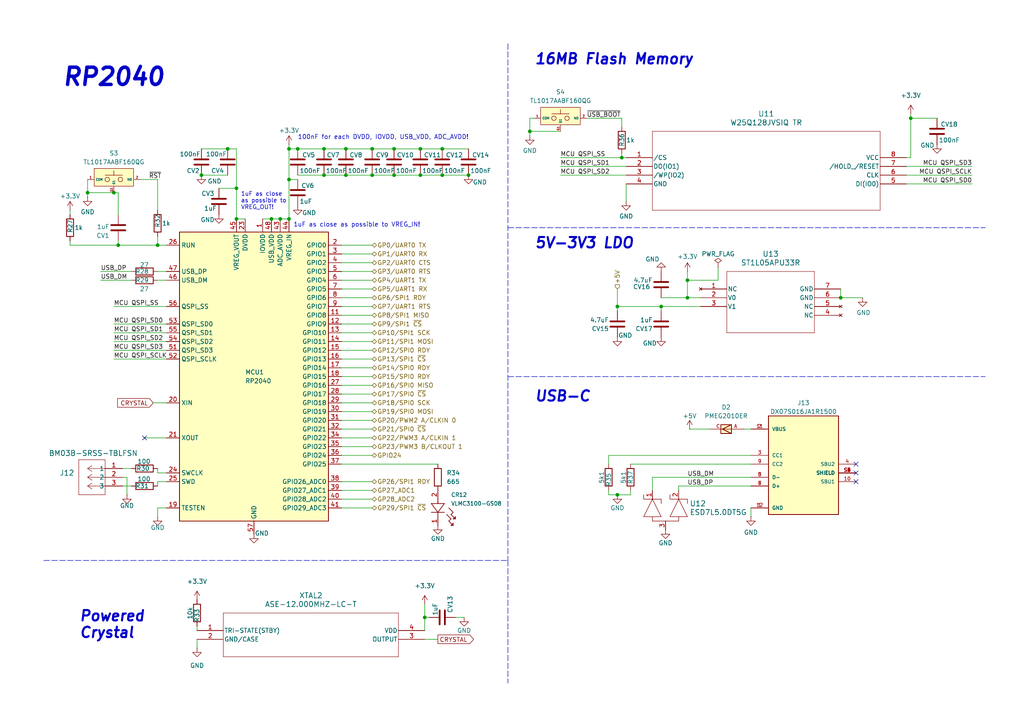
<source format=kicad_sch>
(kicad_sch (version 20231120) (generator "eeschema") (generator_version "8.0")
  (paper "A4")
  (lib_symbols
    (symbol "16MB_Flash:W25Q128JVSIQ_TR" (pin_names (offset 0.254))
      (property "Reference" "U" (at 40.64 12.7 0))
      (property "Value" "W25Q128JVSIQ TR" (at 40.64 10.16 0))
      (symbol "W25Q128JVSIQ_TR_0_1"
        (pin input line (at 0 0 0) (length 7.62) (name "/CS") (number "1"))
        (pin bidirectional line (at 0 -2.54 0) (length 7.62) (name "DO(IO1)") (number "2"))
        (pin bidirectional line (at 0 -5.08 0) (length 7.62) (name "/WP(IO2)") (number "3"))
        (pin passive line (at 0 -7.62 0) (length 7.62) (name "GND") (number "4"))
        (pin bidirectional line (at 81.28 -7.62 180) (length 7.62) (name "DI(IO0)") (number "5"))
        (pin input line (at 81.28 -5.08 180) (length 7.62) (name "CLK") (number "6"))
        (pin bidirectional line (at 81.28 -2.54 180) (length 7.62) (name "/HOLD_/RESET") (number "7"))
        (pin passive line (at 81.28 0 180) (length 7.62) (name "VCC") (number "8"))
      )
    )
    (symbol "AS12MHz:ASE-12.000MHZ-LC-T" (pin_names (offset 0.254))
      (property "Reference" "XTAL" (at 33.02 10.16 0))
      (property "Value" "ASE-12.000MHZ-LC-T" (at 33.02 7.62 0))
      (symbol "ASE-12.000MHZ-LC-T_0_1"
        (pin passive line (at 0 0 0) (length 7.62) (name "TRI-STATE(STBY)") (number "1"))
        (pin passive line (at 0 -2.54 0) (length 7.62) (name "GND/CASE") (number "2"))
        (pin output line (at 66.04 -2.54 180) (length 7.62) (name "OUTPUT") (number "3"))
        (pin power_in line (at 66.04 0 180) (length 7.62) (name "VDD") (number "4"))
      )
    )
    (symbol "DX07S016JA1R1500:DX07S016JA1R1500" (pin_names (offset 1.016))
      (property "Reference" "J" (at -9.906 16.002 0))
      (property "Value" "DX07S016JA1R1500" (at -10.16 -14.732 0))
      (symbol "DX07S016JA1R1500_0_0"
        (pin power_in line (at -15.24 -11.43 0) (length 5.08) (name "GND") (number "1"))
        (pin passive line (at 15.24 -3.81 180) (length 5.08) (name "SBU1") (number "10"))
        (pin passive line (at -15.24 11.43 0) (length 5.08) (name "VBUS") (number "11"))
        (pin power_in line (at -15.24 -11.43 0) (length 5.08) (name "GND") (number "12"))
        (pin passive line (at -15.24 11.43 0) (length 5.08) (name "VBUS") (number "2"))
        (pin passive line (at -15.24 3.81 0) (length 5.08) (name "CC1") (number "3"))
        (pin passive line (at 15.24 1.27 180) (length 5.08) (name "SBU2") (number "4"))
        (pin passive line (at -15.24 -2.54 0) (length 5.08) (name "D-") (number "5"))
        (pin passive line (at -15.24 -5.08 0) (length 5.08) (name "D+") (number "6"))
        (pin passive line (at -15.24 -5.08 0) (length 5.08) (name "D+") (number "7"))
        (pin passive line (at -15.24 -2.54 0) (length 5.08) (name "D-") (number "8"))
        (pin passive line (at -15.24 1.27 0) (length 5.08) (name "CC2") (number "9"))
        (pin passive line (at 15.24 -1.27 180) (length 5.08) (name "SHIELD") (number "S1"))
        (pin passive line (at 15.24 -1.27 180) (length 5.08) (name "SHIELD") (number "S2"))
        (pin passive line (at 15.24 -1.27 180) (length 5.08) (name "SHIELD") (number "S3"))
        (pin passive line (at 15.24 -1.27 180) (length 5.08) (name "SHIELD") (number "S4"))
        (pin passive line (at 15.24 -1.27 180) (length 5.08) (name "SHIELD") (number "S5"))
        (pin passive line (at 15.24 -1.27 180) (length 5.08) (name "SHIELD") (number "S6"))
      )
    )
    (symbol "Device:C" (pin_numbers hide) (pin_names (offset 0.254))
      (property "Reference" "C" (at 0.635 2.54 0))
      (property "Value" "C" (at 0.635 -2.54 0))
      (symbol "C_1_1"
        (pin passive line (at 0 3.81 270) (length 2.794) (name "~") (number "1"))
        (pin passive line (at 0 -3.81 90) (length 2.794) (name "~") (number "2"))
      )
    )
    (symbol "Device:R" (pin_numbers hide) (pin_names (offset 0))
      (property "Reference" "R" (at 2.032 0 90))
      (property "Value" "R" (at 0 0 90))
      (symbol "R_1_1"
        (pin passive line (at 0 3.81 270) (length 1.27) (name "~") (number "1"))
        (pin passive line (at 0 -3.81 90) (length 1.27) (name "~") (number "2"))
      )
    )
    (symbol "ESD7L5_Diode:ESD7L5.0DT5G" (pin_names (offset 0.254))
      (property "Reference" "U" (at 6.35 15.24 0))
      (property "Value" "ESD7L5.0DT5G" (at 6.35 12.7 0))
      (symbol "ESD7L5.0DT5G_1_1"
        (pin passive line (at 2.54 11.43 270) (length 2.54) (name "") (number "1"))
        (pin passive line (at 10.16 11.43 270) (length 2.54) (name "") (number "2"))
        (pin passive line (at 6.35 0 90) (length 2.54) (name "") (number "3"))
      )
    )
    (symbol "GreenLED__VLMC3100-GS08:VLMC3100-GS08" (pin_names (offset 0.254))
      (property "Reference" "CR" (at 5.08 -4.445 0))
      (property "Value" "VLMC3100-GS08" (at 5.08 -7.62 0))
      (symbol "VLMC3100-GS08_1_1"
        (pin passive line (at 10.16 0 180) (length 2.54) (name "") (number "1"))
        (pin passive line (at 0 0 0) (length 2.54) (name "") (number "2"))
      )
      (symbol "VLMC3100-GS08_1_2"
        (pin passive line (at 0 10.16 270) (length 2.54) (name "") (number "1"))
        (pin passive line (at 0 0 90) (length 2.54) (name "") (number "2"))
      )
    )
    (symbol "LDO_ST1L05A:ST1L05APU33R" (pin_names (offset 0.254))
      (property "Reference" "U" (at 20.32 10.16 0))
      (property "Value" "ST1L05APU33R" (at 20.32 7.62 0))
      (symbol "ST1L05APU33R_0_1"
        (pin no_connect line (at 0 0 0) (length 7.62) (name "NC") (number "1"))
        (pin passive line (at 0 -2.54 0) (length 7.62) (name "V0") (number "2"))
        (pin passive line (at 0 -5.08 0) (length 7.62) (name "V1") (number "3"))
        (pin no_connect line (at 40.64 -7.62 180) (length 7.62) (name "NC") (number "4"))
        (pin no_connect line (at 40.64 -5.08 180) (length 7.62) (name "NC") (number "5"))
        (pin passive line (at 40.64 -2.54 180) (length 7.62) (name "GND") (number "6"))
        (pin passive line (at 40.64 0 180) (length 7.62) (name "GND") (number "7"))
      )
    )
    (symbol "MCU_RaspberryPi:RP2040"
      (property "Reference" "U" (at 17.78 45.72 0))
      (property "Value" "RP2040" (at 17.78 43.18 0))
      (symbol "RP2040_1_1"
        (pin power_in line (at 2.54 45.72 270) (length 3.81) (name "IOVDD") (number "1"))
        (pin passive line (at 2.54 45.72 270) (length 3.81) hide (name "IOVDD") (number "10"))
        (pin bidirectional line (at 25.4 17.78 180) (length 3.81) (name "GPIO8") (number "11"))
        (pin bidirectional line (at 25.4 15.24 180) (length 3.81) (name "GPIO9") (number "12"))
        (pin bidirectional line (at 25.4 12.7 180) (length 3.81) (name "GPIO10") (number "13"))
        (pin bidirectional line (at 25.4 10.16 180) (length 3.81) (name "GPIO11") (number "14"))
        (pin bidirectional line (at 25.4 7.62 180) (length 3.81) (name "GPIO12") (number "15"))
        (pin bidirectional line (at 25.4 5.08 180) (length 3.81) (name "GPIO13") (number "16"))
        (pin bidirectional line (at 25.4 2.54 180) (length 3.81) (name "GPIO14") (number "17"))
        (pin bidirectional line (at 25.4 0 180) (length 3.81) (name "GPIO15") (number "18"))
        (pin input line (at -25.4 -38.1 0) (length 3.81) (name "TESTEN") (number "19"))
        (pin bidirectional line (at 25.4 38.1 180) (length 3.81) (name "GPIO0") (number "2"))
        (pin input line (at -25.4 -7.62 0) (length 3.81) (name "XIN") (number "20"))
        (pin passive line (at -25.4 -17.78 0) (length 3.81) (name "XOUT") (number "21"))
        (pin passive line (at 2.54 45.72 270) (length 3.81) hide (name "IOVDD") (number "22"))
        (pin power_in line (at -2.54 45.72 270) (length 3.81) (name "DVDD") (number "23"))
        (pin input line (at -25.4 -27.94 0) (length 3.81) (name "SWCLK") (number "24"))
        (pin bidirectional line (at -25.4 -30.48 0) (length 3.81) (name "SWD") (number "25"))
        (pin input line (at -25.4 38.1 0) (length 3.81) (name "RUN") (number "26"))
        (pin bidirectional line (at 25.4 -2.54 180) (length 3.81) (name "GPIO16") (number "27"))
        (pin bidirectional line (at 25.4 -5.08 180) (length 3.81) (name "GPIO17") (number "28"))
        (pin bidirectional line (at 25.4 -7.62 180) (length 3.81) (name "GPIO18") (number "29"))
        (pin bidirectional line (at 25.4 35.56 180) (length 3.81) (name "GPIO1") (number "3"))
        (pin bidirectional line (at 25.4 -10.16 180) (length 3.81) (name "GPIO19") (number "30"))
        (pin bidirectional line (at 25.4 -12.7 180) (length 3.81) (name "GPIO20") (number "31"))
        (pin bidirectional line (at 25.4 -15.24 180) (length 3.81) (name "GPIO21") (number "32"))
        (pin passive line (at 2.54 45.72 270) (length 3.81) hide (name "IOVDD") (number "33"))
        (pin bidirectional line (at 25.4 -17.78 180) (length 3.81) (name "GPIO22") (number "34"))
        (pin bidirectional line (at 25.4 -20.32 180) (length 3.81) (name "GPIO23") (number "35"))
        (pin bidirectional line (at 25.4 -22.86 180) (length 3.81) (name "GPIO24") (number "36"))
        (pin bidirectional line (at 25.4 -25.4 180) (length 3.81) (name "GPIO25") (number "37"))
        (pin bidirectional line (at 25.4 -30.48 180) (length 3.81) (name "GPIO26_ADC0") (number "38"))
        (pin bidirectional line (at 25.4 -33.02 180) (length 3.81) (name "GPIO27_ADC1") (number "39"))
        (pin bidirectional line (at 25.4 33.02 180) (length 3.81) (name "GPIO2") (number "4"))
        (pin bidirectional line (at 25.4 -35.56 180) (length 3.81) (name "GPIO28_ADC2") (number "40"))
        (pin bidirectional line (at 25.4 -38.1 180) (length 3.81) (name "GPIO29_ADC3") (number "41"))
        (pin passive line (at 2.54 45.72 270) (length 3.81) hide (name "IOVDD") (number "42"))
        (pin power_in line (at 7.62 45.72 270) (length 3.81) (name "ADC_AVDD") (number "43"))
        (pin power_in line (at 10.16 45.72 270) (length 3.81) (name "VREG_IN") (number "44"))
        (pin power_out line (at -5.08 45.72 270) (length 3.81) (name "VREG_VOUT") (number "45"))
        (pin bidirectional line (at -25.4 27.94 0) (length 3.81) (name "USB_DM") (number "46"))
        (pin bidirectional line (at -25.4 30.48 0) (length 3.81) (name "USB_DP") (number "47"))
        (pin power_in line (at 5.08 45.72 270) (length 3.81) (name "USB_VDD") (number "48"))
        (pin passive line (at 2.54 45.72 270) (length 3.81) hide (name "IOVDD") (number "49"))
        (pin bidirectional line (at 25.4 30.48 180) (length 3.81) (name "GPIO3") (number "5"))
        (pin passive line (at -2.54 45.72 270) (length 3.81) hide (name "DVDD") (number "50"))
        (pin bidirectional line (at -25.4 7.62 0) (length 3.81) (name "QSPI_SD3") (number "51"))
        (pin output line (at -25.4 5.08 0) (length 3.81) (name "QSPI_SCLK") (number "52"))
        (pin bidirectional line (at -25.4 15.24 0) (length 3.81) (name "QSPI_SD0") (number "53"))
        (pin bidirectional line (at -25.4 10.16 0) (length 3.81) (name "QSPI_SD2") (number "54"))
        (pin bidirectional line (at -25.4 12.7 0) (length 3.81) (name "QSPI_SD1") (number "55"))
        (pin bidirectional line (at -25.4 20.32 0) (length 3.81) (name "QSPI_SS") (number "56"))
        (pin power_in line (at 0 -45.72 90) (length 3.81) (name "GND") (number "57"))
        (pin bidirectional line (at 25.4 27.94 180) (length 3.81) (name "GPIO4") (number "6"))
        (pin bidirectional line (at 25.4 25.4 180) (length 3.81) (name "GPIO5") (number "7"))
        (pin bidirectional line (at 25.4 22.86 180) (length 3.81) (name "GPIO6") (number "8"))
        (pin bidirectional line (at 25.4 20.32 180) (length 3.81) (name "GPIO7") (number "9"))
      )
    )
    (symbol "PMEG2010ER:PMEG2010ER" (pin_names (offset 1.016))
      (property "Reference" "D" (at -3.8116 1.7534 0))
      (property "Value" "PMEG2010ER" (at -3.816 -3.5871 0))
      (symbol "PMEG2010ER_0_0"
        (pin passive line (at -5.08 0 0) (length 5.08) (name "~") (number "A"))
        (pin passive line (at 5.08 0 180) (length 5.08) (name "~") (number "C"))
      )
    )
    (symbol "SWD_Con:BM03B-SRSS-TBLFSN" (pin_names (offset 0.254))
      (property "Reference" "J" (at 8.89 6.35 0))
      (property "Value" "BM03B-SRSS-TBLFSN" (at 0 0 0))
      (symbol "BM03B-SRSS-TBLFSN_1_1"
        (pin passive line (at 0 0 0) (length 5.08) (name "1") (number "1"))
        (pin passive line (at 0 -2.54 0) (length 5.08) (name "2") (number "2"))
        (pin passive line (at 0 -5.08 0) (length 5.08) (name "3") (number "3"))
      )
      (symbol "BM03B-SRSS-TBLFSN_1_2"
        (pin passive line (at 0 0 0) (length 5.08) (name "1") (number "1"))
        (pin passive line (at 0 -2.54 0) (length 5.08) (name "2") (number "2"))
        (pin passive line (at 0 -5.08 0) (length 5.08) (name "3") (number "3"))
      )
    )
    (symbol "TL1017AABF160QG:TL1017AABF160QG"
      (property "Reference" "S" (at 0.762 14.732 0))
      (property "Value" "TL1017AABF160QG" (at 0.762 12.192 0))
      (symbol "TL1017AABF160QG_1_1"
        (pin passive line (at 1.27 3.81 0) (length 1.778) (name "COM") (number "1"))
        (pin passive line (at 16.51 3.81 180) (length 1.778) (name "NO") (number "2"))
        (pin passive line (at 8.89 0 90) (length 1.778) (name "G1") (number "G1"))
      )
    )
    (symbol "power:+3.3V" (power) (pin_numbers hide) (pin_names (offset 0) hide)
      (property "Value" "+3.3V" (at 0 3.556 0))
      (symbol "+3.3V_1_1"
        (pin power_in line (at 0 0 90) (length 0) (name "~") (number "1"))
      )
    )
    (symbol "power:+5V" (power) (pin_numbers hide) (pin_names (offset 0) hide)
      (property "Value" "+5V" (at 0 3.556 0))
      (symbol "+5V_1_1"
        (pin power_in line (at 0 0 90) (length 0) (name "~") (number "1"))
      )
    )
    (symbol "power:GND" (power) (pin_numbers hide) (pin_names (offset 0) hide)
      (property "Value" "GND" (at 0 -3.81 0))
      (symbol "GND_1_1"
        (pin power_in line (at 0 0 270) (length 0) (name "~") (number "1"))
      )
    )
    (symbol "power:PWR_FLAG" (power) (pin_numbers hide) (pin_names (offset 0) hide)
      (property "Value" "PWR_FLAG" (at 0 3.81 0))
      (symbol "PWR_FLAG_0_0"
        (pin power_out line (at 0 0 90) (length 0) (name "~") (number "1"))
      )
    )
  )
  (junction (at 68.58 54.61))
  (junction (at 66.04 43.18))
  (junction (at 83.82 52.07))
  (junction (at 191.77 88.9))
  (junction (at 114.3 50.8))
  (junction (at 86.36 43.18))
  (junction (at 199.39 81.28))
  (junction (at 135.89 50.8))
  (junction (at 121.92 50.8))
  (junction (at 179.07 88.9))
  (junction (at 100.33 50.8))
  (junction (at 123.19 179.07))
  (junction (at 128.27 50.8))
  (junction (at 153.67 38.1))
  (junction (at 83.82 63.5))
  (junction (at 243.84 86.36))
  (junction (at 83.82 43.18))
  (junction (at 34.29 71.12))
  (junction (at 199.39 86.36))
  (junction (at 107.95 43.18))
  (junction (at 78.74 63.5))
  (junction (at 58.42 50.8))
  (junction (at 81.28 63.5))
  (junction (at 25.4 55.88))
  (junction (at 180.34 45.72))
  (junction (at 93.98 50.8))
  (junction (at 121.92 43.18))
  (junction (at 93.98 43.18))
  (junction (at 114.3 43.18))
  (junction (at 45.72 71.12))
  (junction (at 179.07 143.51))
  (junction (at 107.95 50.8))
  (junction (at 128.27 43.18))
  (junction (at 33.02 55.88))
  (junction (at 264.16 34.29))
  (junction (at 68.58 63.5))
  (junction (at 100.33 43.18))
  (no_connect (at 248.285 137.16))
  (no_connect (at 248.285 139.7))
  (no_connect (at 41.91 127))
  (no_connect (at 248.285 134.62))
  (wire (pts (xy 208.28 81.28) (xy 208.28 77.47)))
  (wire (pts (xy 34.29 71.12) (xy 20.32 71.12)))
  (wire (pts (xy 99.06 116.84) (xy 107.95 116.84)))
  (wire (pts (xy 33.02 99.06) (xy 48.26 99.06)))
  (wire (pts (xy 181.61 53.34) (xy 181.61 58.42)))
  (wire (pts (xy 45.72 149.86) (xy 45.72 147.32)))
  (wire (pts (xy 262.89 50.8) (xy 281.94 50.8)))
  (wire (pts (xy 25.4 55.88) (xy 25.4 57.15)))
  (wire (pts (xy 153.67 38.1) (xy 153.67 39.37)))
  (wire (pts (xy 68.58 63.5) (xy 71.12 63.5)))
  (wire (pts (xy 33.02 55.88) (xy 25.4 55.88)))
  (wire (pts (xy 34.29 55.88) (xy 34.29 62.23)))
  (wire (pts (xy 25.4 52.07) (xy 25.4 55.88)))
  (wire (pts (xy 191.77 86.36) (xy 199.39 86.36)))
  (wire (pts (xy 34.29 71.12) (xy 45.72 71.12)))
  (wire (pts (xy 33.02 88.9) (xy 48.26 88.9)))
  (wire (pts (xy 99.06 91.44) (xy 107.95 91.44)))
  (wire (pts (xy 128.27 43.18) (xy 121.92 43.18)))
  (wire (pts (xy 123.19 179.07) (xy 123.19 182.88)))
  (wire (pts (xy 179.07 143.51) (xy 176.53 143.51)))
  (wire (pts (xy 83.82 52.07) (xy 83.82 63.5)))
  (wire (pts (xy 99.06 71.12) (xy 107.95 71.12)))
  (wire (pts (xy 63.5 54.61) (xy 68.58 54.61)))
  (wire (pts (xy 199.39 81.28) (xy 208.28 81.28)))
  (wire (pts (xy 45.72 71.12) (xy 48.26 71.12)))
  (wire (pts (xy 20.32 60.96) (xy 20.32 62.23)))
  (wire (pts (xy 100.33 50.8) (xy 107.95 50.8)))
  (wire (pts (xy 191.77 88.9) (xy 203.2 88.9)))
  (wire (pts (xy 76.2 63.5) (xy 78.74 63.5)))
  (wire (pts (xy 199.39 81.28) (xy 199.39 86.36)))
  (wire (pts (xy 29.21 78.74) (xy 38.1 78.74)))
  (wire (pts (xy 181.61 50.8) (xy 162.56 50.8)))
  (polyline (pts (xy 147.32 12.7) (xy 147.32 162.56)) (stroke (width 0) (type dash)))
  (wire (pts (xy 68.58 54.61) (xy 68.58 43.18)))
  (wire (pts (xy 114.3 50.8) (xy 121.92 50.8)))
  (wire (pts (xy 99.06 119.38) (xy 107.95 119.38)))
  (wire (pts (xy 99.06 86.36) (xy 107.95 86.36)))
  (wire (pts (xy 154.94 34.29) (xy 153.67 34.29)))
  (wire (pts (xy 153.67 38.1) (xy 162.56 38.1)))
  (wire (pts (xy 33.02 104.14) (xy 48.26 104.14)))
  (wire (pts (xy 123.19 185.42) (xy 127 185.42)))
  (wire (pts (xy 99.06 96.52) (xy 107.95 96.52)))
  (wire (pts (xy 99.06 101.6) (xy 107.95 101.6)))
  (wire (pts (xy 180.34 44.45) (xy 180.34 45.72)))
  (wire (pts (xy 179.07 88.9) (xy 179.07 90.17)))
  (wire (pts (xy 99.06 78.74) (xy 107.95 78.74)))
  (wire (pts (xy 99.06 99.06) (xy 107.95 99.06)))
  (wire (pts (xy 217.805 149.86) (xy 217.805 147.32)))
  (wire (pts (xy 243.84 86.36) (xy 250.19 86.36)))
  (wire (pts (xy 34.29 71.12) (xy 34.29 69.85)))
  (wire (pts (xy 99.06 81.28) (xy 107.95 81.28)))
  (wire (pts (xy 179.07 88.9) (xy 191.77 88.9)))
  (wire (pts (xy 45.72 147.32) (xy 48.26 147.32)))
  (wire (pts (xy 215.9 124.46) (xy 217.805 124.46)))
  (wire (pts (xy 107.95 50.8) (xy 114.3 50.8)))
  (wire (pts (xy 35.56 140.97) (xy 38.1 140.97)))
  (wire (pts (xy 99.06 104.14) (xy 107.95 104.14)))
  (wire (pts (xy 41.91 127) (xy 48.26 127)))
  (wire (pts (xy 121.92 43.18) (xy 114.3 43.18)))
  (wire (pts (xy 45.72 137.16) (xy 48.26 137.16)))
  (wire (pts (xy 45.72 139.7) (xy 48.26 139.7)))
  (wire (pts (xy 262.89 48.26) (xy 281.94 48.26)))
  (wire (pts (xy 45.72 137.16) (xy 45.72 135.89)))
  (wire (pts (xy 44.45 116.84) (xy 48.26 116.84)))
  (polyline (pts (xy 147.32 109.22) (xy 285.75 109.22)) (stroke (width 0) (type dash)))
  (wire (pts (xy 99.06 129.54) (xy 107.95 129.54)))
  (wire (pts (xy 36.83 138.43) (xy 36.83 143.51)))
  (wire (pts (xy 45.72 52.07) (xy 45.72 60.96)))
  (wire (pts (xy 58.42 50.8) (xy 66.04 50.8)))
  (wire (pts (xy 45.72 140.97) (xy 45.72 139.7)))
  (wire (pts (xy 93.98 43.18) (xy 86.36 43.18)))
  (wire (pts (xy 81.28 63.5) (xy 83.82 63.5)))
  (wire (pts (xy 179.07 83.82) (xy 179.07 88.9)))
  (wire (pts (xy 217.805 134.62) (xy 182.88 134.62)))
  (wire (pts (xy 99.06 147.32) (xy 107.95 147.32)))
  (wire (pts (xy 107.95 43.18) (xy 100.33 43.18)))
  (wire (pts (xy 123.19 179.07) (xy 124.46 179.07)))
  (wire (pts (xy 99.06 139.7) (xy 107.95 139.7)))
  (wire (pts (xy 262.89 45.72) (xy 264.16 45.72)))
  (wire (pts (xy 58.42 43.18) (xy 66.04 43.18)))
  (wire (pts (xy 99.06 134.62) (xy 127 134.62)))
  (wire (pts (xy 264.16 34.29) (xy 264.16 33.02)))
  (wire (pts (xy 199.39 86.36) (xy 203.2 86.36)))
  (wire (pts (xy 86.36 43.18) (xy 83.82 43.18)))
  (wire (pts (xy 182.88 142.24) (xy 182.88 143.51)))
  (wire (pts (xy 45.72 81.28) (xy 48.26 81.28)))
  (wire (pts (xy 189.23 138.43) (xy 189.23 142.24)))
  (wire (pts (xy 100.33 43.18) (xy 93.98 43.18)))
  (wire (pts (xy 196.85 140.97) (xy 196.85 142.24)))
  (wire (pts (xy 93.98 50.8) (xy 100.33 50.8)))
  (wire (pts (xy 196.85 140.97) (xy 217.805 140.97)))
  (wire (pts (xy 35.56 135.89) (xy 38.1 135.89)))
  (wire (pts (xy 176.53 134.62) (xy 176.53 132.08)))
  (wire (pts (xy 83.82 52.07) (xy 86.36 52.07)))
  (wire (pts (xy 176.53 132.08) (xy 217.805 132.08)))
  (wire (pts (xy 68.58 54.61) (xy 68.58 63.5)))
  (wire (pts (xy 99.06 111.76) (xy 107.95 111.76)))
  (wire (pts (xy 68.58 43.18) (xy 66.04 43.18)))
  (wire (pts (xy 189.23 138.43) (xy 217.805 138.43)))
  (wire (pts (xy 180.34 36.83) (xy 180.34 34.29)))
  (wire (pts (xy 33.02 93.98) (xy 48.26 93.98)))
  (wire (pts (xy 45.72 68.58) (xy 45.72 71.12)))
  (wire (pts (xy 83.82 43.18) (xy 83.82 52.07)))
  (wire (pts (xy 78.74 63.5) (xy 81.28 63.5)))
  (wire (pts (xy 114.3 43.18) (xy 107.95 43.18)))
  (wire (pts (xy 182.88 143.51) (xy 179.07 143.51)))
  (wire (pts (xy 99.06 144.78) (xy 107.95 144.78)))
  (wire (pts (xy 200.025 124.46) (xy 205.74 124.46)))
  (wire (pts (xy 262.89 53.34) (xy 281.94 53.34)))
  (wire (pts (xy 29.21 81.28) (xy 38.1 81.28)))
  (wire (pts (xy 40.64 52.07) (xy 45.72 52.07)))
  (polyline (pts (xy 12.7 162.56) (xy 147.32 162.56)) (stroke (width 0) (type dash)))
  (wire (pts (xy 121.92 50.8) (xy 128.27 50.8)))
  (wire (pts (xy 264.16 45.72) (xy 264.16 34.29)))
  (wire (pts (xy 180.34 45.72) (xy 181.61 45.72)))
  (wire (pts (xy 57.15 181.61) (xy 57.15 182.88)))
  (wire (pts (xy 176.53 143.51) (xy 176.53 142.24)))
  (wire (pts (xy 99.06 93.98) (xy 107.95 93.98)))
  (wire (pts (xy 33.02 96.52) (xy 48.26 96.52)))
  (wire (pts (xy 99.06 83.82) (xy 107.95 83.82)))
  (wire (pts (xy 99.06 73.66) (xy 107.95 73.66)))
  (wire (pts (xy 34.29 55.88) (xy 33.02 55.88)))
  (wire (pts (xy 99.06 109.22) (xy 107.95 109.22)))
  (wire (pts (xy 20.32 71.12) (xy 20.32 69.85)))
  (wire (pts (xy 99.06 127) (xy 107.95 127)))
  (polyline (pts (xy 147.32 66.04) (xy 285.75 66.04)) (stroke (width 0) (type dash)))
  (wire (pts (xy 33.02 101.6) (xy 48.26 101.6)))
  (wire (pts (xy 128.27 50.8) (xy 135.89 50.8)))
  (wire (pts (xy 181.61 48.26) (xy 162.56 48.26)))
  (polyline (pts (xy 147.32 162.56) (xy 147.32 198.12)) (stroke (width 0) (type dash)))
  (wire (pts (xy 191.77 90.17) (xy 191.77 88.9)))
  (wire (pts (xy 243.84 83.82) (xy 243.84 86.36)))
  (wire (pts (xy 99.06 124.46) (xy 107.95 124.46)))
  (wire (pts (xy 132.08 179.07) (xy 134.62 179.07)))
  (wire (pts (xy 128.27 43.18) (xy 135.89 43.18)))
  (wire (pts (xy 99.06 76.2) (xy 107.95 76.2)))
  (wire (pts (xy 99.06 88.9) (xy 107.95 88.9)))
  (wire (pts (xy 153.67 34.29) (xy 153.67 38.1)))
  (wire (pts (xy 264.16 34.29) (xy 271.78 34.29)))
  (wire (pts (xy 123.19 175.26) (xy 123.19 179.07)))
  (wire (pts (xy 180.34 34.29) (xy 170.18 34.29)))
  (wire (pts (xy 86.36 50.8) (xy 93.98 50.8)))
  (wire (pts (xy 45.72 78.74) (xy 48.26 78.74)))
  (wire (pts (xy 83.82 41.91) (xy 83.82 43.18)))
  (wire (pts (xy 199.39 78.74) (xy 199.39 81.28)))
  (wire (pts (xy 57.15 185.42) (xy 57.15 187.96)))
  (wire (pts (xy 99.06 132.08) (xy 107.95 132.08)))
  (wire (pts (xy 99.06 114.3) (xy 107.95 114.3)))
  (wire (pts (xy 99.06 106.68) (xy 107.95 106.68)))
  (wire (pts (xy 99.06 121.92) (xy 107.95 121.92)))
  (wire (pts (xy 162.56 45.72) (xy 180.34 45.72)))
  (wire (pts (xy 99.06 142.24) (xy 107.95 142.24)))
  (wire (pts (xy 35.56 138.43) (xy 36.83 138.43)))
  (text "100nF for each DVDD, IOVDD, USB_VDD, ADC_AVDD!" (at 86.36 40.64 0) (effects (font (size 1.27 1.27)) (justify left bottom)))
  (text "5V-3V3 LDO" (at 154.94 72.39 0) (effects (font (size 3 3) (bold yes) (italic yes)) (justify left bottom)))
  (text "Powered\nCrystal" (at 22.86 185.42 0) (effects (font (size 3 3) (bold yes) (italic yes)) (justify left bottom)))
  (text "1uF as close \nas possible to \nVREG_OUT!" (at 69.85 60.96 0) (effects (font (size 1.2 1.2)) (justify left bottom)))
  (text "USB-C" (at 154.94 116.84 0) (effects (font (size 3 3) (bold yes) (italic yes)) (justify left bottom)))
  (text "RP2040" (at 17.78 25.4 0) (effects (font (size 5 5) (thickness 1) (bold yes) (italic yes)) (justify left bottom)))
  (text "1uF as close as possible to VREG_IN!" (at 85.09 66.04 0) (effects (font (size 1.27 1.27)) (justify left bottom)))
  (text "16MB Flash Memory" (at 154.94 19.05 0) (effects (font (size 3 3) (bold yes) (italic yes)) (justify left bottom)))
  (label "MCU QSPI_SD1" (at 33.02 96.52 0))
  (label "MCU QSPI_SS" (at 162.56 45.72 0))
  (label "USB_DP" (at 29.21 78.74 0))
  (label "~{USB_BOOT}" (at 170.18 34.29 0))
  (label "~{RST}" (at 43.18 52.07 0))
  (label "USB_DM" (at 29.21 81.28 0))
  (label "MCU QSPI_SD3" (at 281.94 48.26 180))
  (label "MCU QSPI_SD2" (at 33.02 99.06 0))
  (label "USB_DM" (at 199.39 138.43 0))
  (label "MCU QSPI_SD2" (at 162.56 50.8 0))
  (label "USB_DP" (at 199.39 140.97 0))
  (label "MCU QSPI_SCLK" (at 33.02 104.14 0))
  (label "MCU QSPI_SD3" (at 33.02 101.6 0))
  (label "MCU QSPI_SCLK" (at 281.94 50.8 180))
  (label "MCU QSPI_SD1" (at 162.56 48.26 0))
  (label "MCU QSPI_SS" (at 33.02 88.9 0))
  (label "MCU QSPI_SD0" (at 281.94 53.34 180))
  (label "MCU QSPI_SD0" (at 33.02 93.98 0))
  (global_label "CRYSTAL" (shape input) (at 44.45 116.84 180) (property "Intersheetrefs" "${INTERSHEET_REFS}" (effects (hide yes))))
  (global_label "CRYSTAL" (shape output) (at 127 185.42 0) (property "Intersheetrefs" "${INTERSHEET_REFS}" (effects (hide yes))))
  (hierarchical_label "GP18{slash}SPI0 SCK" (shape bidirectional) (at 107.95 116.84 0))
  (hierarchical_label "GP16{slash}SPI0 MISO" (shape bidirectional) (at 107.95 111.76 0))
  (hierarchical_label "GP22{slash}PWM3 A{slash}CLKIN 1" (shape bidirectional) (at 107.95 127 0))
  (hierarchical_label "GPIO24" (shape bidirectional) (at 107.95 132.08 0))
  (hierarchical_label "GP1{slash}UART0 RX" (shape bidirectional) (at 107.95 73.66 0))
  (hierarchical_label "GP28_ADC2" (shape bidirectional) (at 107.95 144.78 0))
  (hierarchical_label "GP2{slash}UART0 CTS" (shape bidirectional) (at 107.95 76.2 0))
  (hierarchical_label "GP8{slash}SPI1 MISO" (shape bidirectional) (at 107.95 91.44 0))
  (hierarchical_label "GP3{slash}UART0 RTS" (shape bidirectional) (at 107.95 78.74 0))
  (hierarchical_label "+5V" (shape input) (at 179.07 83.82 90))
  (hierarchical_label "GP10{slash}SPI1 SCK" (shape bidirectional) (at 107.95 96.52 0))
  (hierarchical_label "GP6{slash}SPI1 RDY" (shape bidirectional) (at 107.95 86.36 0))
  (hierarchical_label "GP4{slash}UART1 TX" (shape bidirectional) (at 107.95 81.28 0))
  (hierarchical_label "GP7{slash}UART1 RTS" (shape bidirectional) (at 107.95 88.9 0))
  (hierarchical_label "GP19{slash}SPI0 MOSI" (shape bidirectional) (at 107.95 119.38 0))
  (hierarchical_label "GP21{slash}SPI0 ~{CS}" (shape bidirectional) (at 107.95 124.46 0))
  (hierarchical_label "GP12{slash}SPI0 RDY" (shape bidirectional) (at 107.95 101.6 0))
  (hierarchical_label "GP14{slash}SPI0 RDY" (shape bidirectional) (at 107.95 106.68 0))
  (hierarchical_label "GP15{slash}SPI0 RDY" (shape bidirectional) (at 107.95 109.22 0))
  (hierarchical_label "GP17{slash}SPI0 ~{CS}" (shape bidirectional) (at 107.95 114.3 0))
  (hierarchical_label "GP29{slash}SPI1 ~{CS}" (shape bidirectional) (at 107.95 147.32 0))
  (hierarchical_label "GP27_ADC1" (shape bidirectional) (at 107.95 142.24 0))
  (hierarchical_label "GP26{slash}SPI1 RDY" (shape bidirectional) (at 107.95 139.7 0))
  (hierarchical_label "GP23{slash}PWM3 B{slash}CLKOUT 1" (shape bidirectional) (at 107.95 129.54 0))
  (hierarchical_label "GP9{slash}SPI1 ~{CS}" (shape bidirectional) (at 107.95 93.98 0))
  (hierarchical_label "GP5{slash}UART1 RX" (shape bidirectional) (at 107.95 83.82 0))
  (hierarchical_label "GP20{slash}PWM2 A{slash}CLKIN 0" (shape bidirectional) (at 107.95 121.92 0))
  (hierarchical_label "GP13{slash}SPI1 ~{CS}" (shape bidirectional) (at 107.95 104.14 0))
  (hierarchical_label "GP0{slash}UART0 TX" (shape bidirectional) (at 107.95 71.12 0))
  (hierarchical_label "GP11{slash}SPI1 MOSI" (shape bidirectional) (at 107.95 99.06 0))
  (symbol (lib_id "Device:C") (at 128.27 46.99 0) (unit 1)
    (property "Reference" "CV12" (at 129.286 44.958 0) (effects (justify left)))
    (property "Value" "100nF" (at 128.778 49.53 0) (effects (justify left)))
    (property "Footprint" "Capacitor-0402:Capacitor_0402" (effects (hide yes)))
    (property "Description" "Unpolarized capacitor" (effects (hide yes)))
  )
  (symbol (lib_id "Device:C") (at 107.95 46.99 0) (unit 1)
    (property "Reference" "CV9" (at 108.966 44.958 0) (effects (justify left)))
    (property "Value" "100nF" (at 108.458 49.53 0) (effects (justify left)))
    (property "Footprint" "Capacitor-0402:Capacitor_0402" (effects (hide yes)))
    (property "Description" "Unpolarized capacitor" (effects (hide yes)))
  )
  (symbol (lib_id "power:+5V") (at 200.025 124.46 0) (unit 1)
    (property "Reference" "#PWR0103" (effects (hide yes)))
    (property "Value" "+5V" (at 200.025 120.65 0))
    (property "Description" "Power symbol creates a global label with name \"+5V\"" (effects (hide yes)))
  )
  (symbol (lib_id "TL1017AABF160QG:TL1017AABF160QG") (at 153.67 38.1 0) (unit 1)
    (property "Reference" "S4" (at 162.56 26.67 0))
    (property "Value" "TL1017AABF160QG" (at 162.56 29.21 0))
    (property "Footprint" "TL1017AABF160QG" (effects (hide yes)))
    (property "Datasheet" "https://configured-product-images.s3.amazonaws.com/2D/specs/TL1017AABF160QG.pdf" (effects (hide yes)))
    (property "Description" "TACT, Surface Mount" (effects (hide yes)))
    (property "Height" "1.7" (effects (hide yes)))
    (property "Mouser Part Number" "612-TL1017AABF160QG" (effects (hide yes)))
    (property "Mouser Price/Stock" "https://www.mouser.co.uk/ProductDetail/E-Switch/TL1017AABF160QG?qs=9vOqFld9vZWEDSBQD0ZM5A%3D%3D" (effects (hide yes)))
    (property "Manufacturer_Name" "E-Switch" (effects (hide yes)))
    (property "Manufacturer_Part_Number" "TL1017AABF160QG" (effects (hide yes)))
  )
  (symbol (lib_id "Device:C") (at 191.77 93.98 180) (unit 1)
    (property "Reference" "CV17" (at 189.3062 95.3516 0) (effects (justify left)))
    (property "Value" "1uF" (at 189.3062 92.8116 0) (effects (justify left)))
    (property "Footprint" "Capacitor-0402:Capacitor_0402" (effects (hide yes)))
    (property "Description" "Unpolarized capacitor" (effects (hide yes)))
  )
  (symbol (lib_id "Device:R") (at 182.88 138.43 0) (mirror x) (unit 1)
    (property "Reference" "R37" (at 182.88 136.525 90) (effects (justify left)))
    (property "Value" "5k1" (at 180.848 136.652 90) (effects (justify left)))
    (property "Footprint" "Resistor-0805:RES_0805" (effects (hide yes)))
    (property "Description" "Resistor" (effects (hide yes)))
  )
  (symbol (lib_id "Device:R") (at 41.91 81.28 90) (mirror x) (unit 1)
    (property "Reference" "R29" (at 43.18 81.28 90) (effects (justify left)))
    (property "Value" "27" (at 43.18 83.82 90) (effects (justify left)))
    (property "Footprint" "Resistor-0603:RES_0603" (effects (hide yes)))
    (property "Description" "Resistor" (effects (hide yes)))
  )
  (symbol (lib_id "Device:C") (at 66.04 46.99 180) (unit 1)
    (property "Reference" "CV4" (at 65.024 49.53 0) (effects (justify left)))
    (property "Value" "100nF" (at 65.786 44.704 0) (effects (justify left)))
    (property "Footprint" "Capacitor-0402:Capacitor_0402" (effects (hide yes)))
    (property "Description" "Unpolarized capacitor" (effects (hide yes)))
  )
  (symbol (lib_id "power:+3.3V") (at 264.16 33.02 0) (unit 1)
    (property "Reference" "#PWR0106" (effects (hide yes)))
    (property "Value" "+3.3V" (at 264.16 27.686 0))
    (property "Description" "Power symbol creates a global label with name \"+3.3V\"" (effects (hide yes)))
  )
  (symbol (lib_id "power:GND") (at 271.78 41.91 0) (unit 1)
    (property "Reference" "#PWR0107" (effects (hide yes)))
    (property "Value" "GND" (at 268.986 42.164 0))
    (property "Description" "Power symbol creates a global label with name \"GND\" , ground" (effects (hide yes)))
  )
  (symbol (lib_id "power:PWR_FLAG") (at 208.28 77.47 0) (unit 1)
    (property "Reference" "#FLG05" (effects (hide yes)))
    (property "Value" "PWR_FLAG" (at 208.28 73.66 0))
    (property "Description" "Special symbol for telling ERC where power comes from" (effects (hide yes)))
  )
  (symbol (lib_id "power:GND") (at 181.61 58.42 0) (unit 1)
    (property "Reference" "#PWR098" (effects (hide yes)))
    (property "Value" "GND" (at 181.61 62.738 0))
    (property "Description" "Power symbol creates a global label with name \"GND\" , ground" (effects (hide yes)))
  )
  (symbol (lib_id "Device:C") (at 271.78 38.1 0) (unit 1)
    (property "Reference" "CV18" (at 272.796 36.068 0) (effects (justify left)))
    (property "Value" "100nF" (at 272.288 40.64 0) (effects (justify left)))
    (property "Footprint" "Capacitor-0402:Capacitor_0402" (effects (hide yes)))
    (property "Description" "Unpolarized capacitor" (effects (hide yes)))
  )
  (symbol (lib_id "PMEG2010ER:PMEG2010ER") (at 210.82 124.46 0) (mirror y) (unit 1)
    (property "Reference" "D2" (at 210.6083 118.11 0))
    (property "Value" "PMEG2010ER" (at 210.6083 120.65 0))
    (property "Footprint" "PMEG2010ER:SODFL3517X110N" (effects (hide yes)))
    (property "MF" "NXP Semiconductors" (effects (hide yes)))
    (property "Description_1" "\n                        \n                            Rectifier Diode Schottky 1A Automotive 2-Pin SOD-123W T/R\n                        \n" (effects (hide yes)))
    (property "Package" "SOD-123 Nexperia USA" (effects (hide yes)))
    (property "Price" "None" (effects (hide yes)))
    (property "Check_prices" "https://www.snapeda.com/parts/PMEG2010ER/NXP+Semiconductors/view-part/?ref=eda" (effects (hide yes)))
    (property "STANDARD" "IPC-7351B" (effects (hide yes)))
    (property "PARTREV" "01" (effects (hide yes)))
    (property "SnapEDA_Link" "https://www.snapeda.com/parts/PMEG2010ER/NXP+Semiconductors/view-part/?ref=snap" (effects (hide yes)))
    (property "MP" "PMEG2010ER" (effects (hide yes)))
    (property "Availability" "In Stock" (effects (hide yes)))
    (property "MANUFACTURER" "NEXPERIA" (effects (hide yes)))
  )
  (symbol (lib_id "power:GND") (at 153.67 39.37 0) (unit 1)
    (property "Reference" "#PWR095" (effects (hide yes)))
    (property "Value" "GND" (at 153.67 43.688 0))
    (property "Description" "Power symbol creates a global label with name \"GND\" , ground" (effects (hide yes)))
  )
  (symbol (lib_id "power:+3.3V") (at 20.32 60.96 0) (unit 1)
    (property "Reference" "#PWR080" (effects (hide yes)))
    (property "Value" "+3.3V" (at 20.32 56.896 0))
    (property "Description" "Power symbol creates a global label with name \"+3.3V\"" (effects (hide yes)))
  )
  (symbol (lib_id "power:GND") (at 127 152.4 0) (unit 1)
    (property "Reference" "#PWR092" (effects (hide yes)))
    (property "Value" "GND" (at 127 156.21 0))
    (property "Description" "Power symbol creates a global label with name \"GND\" , ground" (effects (hide yes)))
  )
  (symbol (lib_id "Device:C") (at 191.77 82.55 0) (mirror y) (unit 1)
    (property "Reference" "CV16" (at 188.595 83.185 0) (effects (justify left)))
    (property "Value" "4.7uF" (at 189.23 81.28 0) (effects (justify left)))
    (property "Footprint" "Capacitor-0402:Capacitor_0402" (effects (hide yes)))
    (property "Description" "Unpolarized capacitor" (effects (hide yes)))
  )
  (symbol (lib_id "Device:R") (at 41.91 135.89 90) (mirror x) (unit 1)
    (property "Reference" "R30" (at 43.434 135.89 90) (effects (justify left)))
    (property "Value" "100" (at 43.688 133.858 90) (effects (justify left)))
    (property "Footprint" "Resistor-0402:RES_0402" (effects (hide yes)))
    (property "Description" "Resistor" (effects (hide yes)))
  )
  (symbol (lib_id "AS12MHz:ASE-12.000MHZ-LC-T") (at 57.15 182.88 0) (unit 1)
    (property "Reference" "XTAL2" (at 90.17 172.72 0) (effects (font (size 1.524 1.524))))
    (property "Value" "ASE-12.000MHZ-LC-T" (at 90.17 175.26 0) (effects (font (size 1.524 1.524))))
    (property "Footprint" "ASE-3.2X2.5_ABR" (effects (hide yes)))
    (property "Datasheet" "ASE-12.000MHZ-LC-T" (effects (hide yes)))
  )
  (symbol (lib_id "power:GND") (at 250.19 86.36 0) (unit 1)
    (property "Reference" "#PWR0105" (effects (hide yes)))
    (property "Value" "GND" (at 250.444 90.678 0))
    (property "Description" "Power symbol creates a global label with name \"GND\" , ground" (effects (hide yes)))
  )
  (symbol (lib_id "Device:C") (at 100.33 46.99 0) (unit 1)
    (property "Reference" "CV8" (at 101.346 44.958 0) (effects (justify left)))
    (property "Value" "100nF" (at 100.838 49.53 0) (effects (justify left)))
    (property "Footprint" "Capacitor-0402:Capacitor_0402" (effects (hide yes)))
    (property "Description" "Unpolarized capacitor" (effects (hide yes)))
  )
  (symbol (lib_id "power:GND") (at 73.66 154.94 0) (unit 1)
    (property "Reference" "#PWR088" (effects (hide yes)))
    (property "Value" "GND" (at 75.946 154.686 0))
    (property "Description" "Power symbol creates a global label with name \"GND\" , ground" (effects (hide yes)))
  )
  (symbol (lib_id "Device:C") (at 63.5 58.42 0) (unit 1)
    (property "Reference" "CV3" (at 58.42 56.134 0) (effects (justify left)))
    (property "Value" "1uF" (at 59.182 60.452 0) (effects (justify left)))
    (property "Footprint" "Capacitor-0402:Capacitor_0402" (effects (hide yes)))
    (property "Description" "Unpolarized capacitor" (effects (hide yes)))
  )
  (symbol (lib_id "power:GND") (at 36.83 143.51 0) (unit 1)
    (property "Reference" "#PWR082" (effects (hide yes)))
    (property "Value" "GND" (at 36.83 146.685 0))
    (property "Description" "Power symbol creates a global label with name \"GND\" , ground" (effects (hide yes)))
  )
  (symbol (lib_id "Device:C") (at 86.36 46.99 0) (unit 1)
    (property "Reference" "CV5" (at 87.63 44.958 0) (effects (justify left)))
    (property "Value" "100nF" (at 86.868 49.53 0) (effects (justify left)))
    (property "Footprint" "Capacitor-0402:Capacitor_0402" (effects (hide yes)))
    (property "Description" "Unpolarized capacitor" (effects (hide yes)))
  )
  (symbol (lib_id "power:GND") (at 191.77 97.79 0) (unit 1)
    (property "Reference" "#PWR0100" (effects (hide yes)))
    (property "Value" "GND" (at 188.468 99.568 0))
    (property "Description" "Power symbol creates a global label with name \"GND\" , ground" (effects (hide yes)))
  )
  (symbol (lib_id "power:+3.3V") (at 123.19 175.26 0) (unit 1)
    (property "Reference" "#PWR091" (effects (hide yes)))
    (property "Value" "+3.3V" (at 123.19 169.926 0))
    (property "Description" "Power symbol creates a global label with name \"+3.3V\"" (effects (hide yes)))
  )
  (symbol (lib_id "MCU_RaspberryPi:RP2040") (at 73.66 109.22 0) (unit 1)
    (property "Reference" "MCU1" (at 71.12 107.95 0) (effects (justify left)))
    (property "Value" "RP2040" (at 71.12 110.49 0) (effects (justify left)))
    (property "Footprint" "Package_DFN_QFN:QFN-56-1EP_7x7mm_P0.4mm_EP3.2x3.2mm" (effects (hide yes)))
    (property "Datasheet" "https://datasheets.raspberrypi.com/rp2040/rp2040-datasheet.pdf" (effects (hide yes)))
    (property "Description" "A microcontroller by Raspberry Pi" (effects (hide yes)))
  )
  (symbol (lib_id "Device:C") (at 93.98 46.99 0) (unit 1)
    (property "Reference" "CV7" (at 94.742 44.958 0) (effects (justify left)))
    (property "Value" "100nF" (at 94.488 49.53 0) (effects (justify left)))
    (property "Footprint" "Capacitor-0402:Capacitor_0402" (effects (hide yes)))
    (property "Description" "Unpolarized capacitor" (effects (hide yes)))
  )
  (symbol (lib_id "power:GND") (at 179.07 143.51 0) (mirror y) (unit 1)
    (property "Reference" "#PWR097" (effects (hide yes)))
    (property "Value" "GND" (at 179.07 147.32 0))
    (property "Description" "Power symbol creates a global label with name \"GND\" , ground" (effects (hide yes)))
  )
  (symbol (lib_id "power:GND") (at 191.77 78.74 0) (mirror x) (unit 1)
    (property "Reference" "#PWR099" (effects (hide yes)))
    (property "Value" "GND" (at 189.23 75.184 0))
    (property "Description" "Power symbol creates a global label with name \"GND\" , ground" (effects (hide yes)))
  )
  (symbol (lib_id "Device:R") (at 41.91 78.74 90) (unit 1)
    (property "Reference" "R28" (at 43.18 78.74 90) (effects (justify left)))
    (property "Value" "27" (at 43.18 76.835 90) (effects (justify left)))
    (property "Footprint" "Resistor-0603:RES_0603" (effects (hide yes)))
    (property "Description" "Resistor" (effects (hide yes)))
  )
  (symbol (lib_id "power:+3.3V") (at 199.39 78.74 0) (unit 1)
    (property "Reference" "#PWR0102" (effects (hide yes)))
    (property "Value" "+3.3V" (at 199.39 74.422 0))
    (property "Description" "Power symbol creates a global label with name \"+3.3V\"" (effects (hide yes)))
  )
  (symbol (lib_id "Device:R") (at 176.53 138.43 0) (mirror x) (unit 1)
    (property "Reference" "R35" (at 176.53 137.16 90) (effects (justify left)))
    (property "Value" "5k1" (at 174.498 136.652 90) (effects (justify left)))
    (property "Footprint" "Resistor-0805:RES_0805" (effects (hide yes)))
    (property "Description" "Resistor" (effects (hide yes)))
  )
  (symbol (lib_id "Device:C") (at 128.27 179.07 90) (unit 1)
    (property "Reference" "CV13" (at 130.556 177.8 0) (effects (justify left)))
    (property "Value" "1uF" (at 126.238 178.562 0) (effects (justify left)))
    (property "Footprint" "Capacitor-0402:Capacitor_0402" (effects (hide yes)))
    (property "Description" "Unpolarized capacitor" (effects (hide yes)))
  )
  (symbol (lib_id "power:GND") (at 217.805 149.86 0) (mirror y) (unit 1)
    (property "Reference" "#PWR0104" (effects (hide yes)))
    (property "Value" "GND" (at 217.805 154.432 0))
    (property "Description" "Power symbol creates a global label with name \"GND\" , ground" (effects (hide yes)))
  )
  (symbol (lib_id "GreenLED__VLMC3100-GS08:VLMC3100-GS08") (at 127 142.24 270) (unit 1)
    (property "Reference" "CR12" (at 130.81 143.51 90) (effects (font (size 1.143 1.143)) (justify left)))
    (property "Value" "VLMC3100-GS08" (at 130.81 146.05 90) (effects (font (size 1.143 1.143)) (justify left)))
    (property "Footprint" "LED_PLCC_VSMB" (effects (hide yes)))
    (property "Datasheet" "VLMC3100-GS08" (effects (hide yes)))
  )
  (symbol (lib_id "power:GND") (at 57.15 187.96 0) (unit 1)
    (property "Reference" "#PWR085" (effects (hide yes)))
    (property "Value" "GND" (at 57.15 193.04 0))
    (property "Description" "Power symbol creates a global label with name \"GND\" , ground" (effects (hide yes)))
  )
  (symbol (lib_id "LDO_ST1L05A:ST1L05APU33R") (at 203.2 83.82 0) (unit 1)
    (property "Reference" "U13" (at 223.52 73.66 0) (effects (font (size 1.524 1.524))))
    (property "Value" "ST1L05APU33R" (at 223.52 76.2 0) (effects (font (size 1.524 1.524))))
    (property "Footprint" "DFN_5APU33R_STM" (effects (hide yes)))
    (property "Datasheet" "ST1L05APU33R" (effects (hide yes)))
  )
  (symbol (lib_id "Device:R") (at 45.72 64.77 0) (unit 1)
    (property "Reference" "R32" (at 45.72 66.04 90) (effects (justify left)))
    (property "Value" "1k" (at 46.99 64.77 0) (effects (justify left)))
    (property "Footprint" "Resistor-0402:RES_0402" (effects (hide yes)))
    (property "Description" "Resistor" (effects (hide yes)))
  )
  (symbol (lib_id "Device:C") (at 34.29 66.04 180) (unit 1)
    (property "Reference" "CV1" (at 31.75 68.326 0) (effects (justify left)))
    (property "Value" "1uF" (at 31.75 65.786 0) (effects (justify left)))
    (property "Footprint" "Capacitor-0402:Capacitor_0402" (effects (hide yes)))
    (property "Description" "Unpolarized capacitor" (effects (hide yes)))
  )
  (symbol (lib_id "Device:C") (at 121.92 46.99 0) (unit 1)
    (property "Reference" "CV11" (at 122.936 44.958 0) (effects (justify left)))
    (property "Value" "100nF" (at 122.428 49.53 0) (effects (justify left)))
    (property "Footprint" "Capacitor-0402:Capacitor_0402" (effects (hide yes)))
    (property "Description" "Unpolarized capacitor" (effects (hide yes)))
  )
  (symbol (lib_id "Device:R") (at 57.15 177.8 0) (mirror x) (unit 1)
    (property "Reference" "R33" (at 57.15 176.53 90) (effects (justify left)))
    (property "Value" "10k" (at 55.118 176.022 90) (effects (justify left)))
    (property "Footprint" "Resistor-0402:RES_0402" (effects (hide yes)))
    (property "Description" "Resistor" (effects (hide yes)))
  )
  (symbol (lib_id "DX07S016JA1R1500:DX07S016JA1R1500") (at 233.045 135.89 0) (unit 1)
    (property "Reference" "J13" (at 233.045 116.84 0))
    (property "Value" "DX07S016JA1R1500" (at 233.045 119.38 0))
    (property "Footprint" "DX07S016JA1R1500:JAE_DX07S016JA1R1500" (effects (hide yes)))
    (property "MF" "JAE Electronics" (effects (hide yes)))
    (property "MAXIMUM_PACKAGE_HEIGHT" "3.31 mm" (effects (hide yes)))
    (property "Package" "None" (effects (hide yes)))
    (property "Price" "None" (effects (hide yes)))
    (property "Check_prices" "https://www.snapeda.com/parts/DX07S016JA1R1500/JAE+Electronics/view-part/?ref=eda" (effects (hide yes)))
    (property "STANDARD" "Manufacturer Recommendations" (effects (hide yes)))
    (property "PARTREV" "1" (effects (hide yes)))
    (property "SnapEDA_Link" "https://www.snapeda.com/parts/DX07S016JA1R1500/JAE+Electronics/view-part/?ref=snap" (effects (hide yes)))
    (property "MP" "DX07S016JA1R1500" (effects (hide yes)))
    (property "Description_1" "\n                        \n                            USB-C (USB TYPE-C) USB 2.0 Receptacle Connector 24 (16+8 Dummy) Position Surface Mount, Right Angle; Through Hole\n                        \n" (effects (hide yes)))
    (property "Availability" "In Stock" (effects (hide yes)))
    (property "MANUFACTURER" "JAE Industry Ltd." (effects (hide yes)))
  )
  (symbol (lib_id "SWD_Con:BM03B-SRSS-TBLFSN") (at 35.56 135.89 0) (mirror y) (unit 1)
    (property "Reference" "J12" (at 21.59 137.1599 0) (effects (font (size 1.524 1.524)) (justify left)))
    (property "Value" "BM03B-SRSS-TBLFSN" (at 40.005 131.445 0) (effects (font (size 1.524 1.524)) (justify left)))
    (property "Footprint" "CONN_BM03B-SRSS-TBLFSN_JST" (effects (hide yes)))
    (property "Datasheet" "BM03B-SRSS-TBLFSN" (effects (hide yes)))
  )
  (symbol (lib_id "Device:C") (at 135.89 46.99 0) (unit 1)
    (property "Reference" "CV14" (at 136.906 44.958 0) (effects (justify left)))
    (property "Value" "100nF" (at 136.398 49.53 0) (effects (justify left)))
    (property "Footprint" "Capacitor-0402:Capacitor_0402" (effects (hide yes)))
    (property "Description" "Unpolarized capacitor" (effects (hide yes)))
  )
  (symbol (lib_id "Device:R") (at 127 138.43 0) (unit 1)
    (property "Reference" "R34" (at 129.54 137.1599 0) (effects (justify left)))
    (property "Value" "665" (at 129.54 139.6999 0) (effects (justify left)))
    (property "Footprint" "Resistor-0402:RES_0402" (effects (hide yes)))
    (property "Description" "Resistor" (effects (hide yes)))
  )
  (symbol (lib_id "Device:C") (at 86.36 55.88 0) (unit 1)
    (property "Reference" "CV6" (at 87.376 53.848 0) (effects (justify left)))
    (property "Value" "1uF" (at 86.868 58.42 0) (effects (justify left)))
    (property "Footprint" "Capacitor-0402:Capacitor_0402" (effects (hide yes)))
    (property "Description" "Unpolarized capacitor" (effects (hide yes)))
  )
  (symbol (lib_id "power:+3.3V") (at 57.15 173.99 0) (unit 1)
    (property "Reference" "#PWR084" (effects (hide yes)))
    (property "Value" "+3.3V" (at 57.15 168.656 0))
    (property "Description" "Power symbol creates a global label with name \"+3.3V\"" (effects (hide yes)))
  )
  (symbol (lib_id "power:GND") (at 179.07 97.79 0) (unit 1)
    (property "Reference" "#PWR096" (effects (hide yes)))
    (property "Value" "GND" (at 181.356 97.282 0))
    (property "Description" "Power symbol creates a global label with name \"GND\" , ground" (effects (hide yes)))
  )
  (symbol (lib_id "power:GND") (at 25.4 57.15 0) (unit 1)
    (property "Reference" "#PWR081" (effects (hide yes)))
    (property "Value" "GND" (at 25.4 61.468 0))
    (property "Description" "Power symbol creates a global label with name \"GND\" , ground" (effects (hide yes)))
  )
  (symbol (lib_id "power:GND") (at 63.5 62.23 0) (unit 1)
    (property "Reference" "#PWR087" (effects (hide yes)))
    (property "Value" "GND" (at 60.198 63.754 0))
    (property "Description" "Power symbol creates a global label with name \"GND\" , ground" (effects (hide yes)))
  )
  (symbol (lib_id "Device:C") (at 114.3 46.99 0) (unit 1)
    (property "Reference" "CV10" (at 115.062 44.958 0) (effects (justify left)))
    (property "Value" "100nF" (at 114.808 49.53 0) (effects (justify left)))
    (property "Footprint" "Capacitor-0402:Capacitor_0402" (effects (hide yes)))
    (property "Description" "Unpolarized capacitor" (effects (hide yes)))
  )
  (symbol (lib_id "Device:C") (at 58.42 46.99 180) (unit 1)
    (property "Reference" "CV2" (at 57.912 49.53 0) (effects (justify left)))
    (property "Value" "100nF" (at 58.166 44.704 0) (effects (justify left)))
    (property "Footprint" "Capacitor-0402:Capacitor_0402" (effects (hide yes)))
    (property "Description" "Unpolarized capacitor" (effects (hide yes)))
  )
  (symbol (lib_id "power:GND") (at 86.36 59.69 0) (unit 1)
    (property "Reference" "#PWR090" (effects (hide yes)))
    (property "Value" "GND" (at 89.662 61.722 0))
    (property "Description" "Power symbol creates a global label with name \"GND\" , ground" (effects (hide yes)))
  )
  (symbol (lib_id "ESD7L5_Diode:ESD7L5.0DT5G") (at 186.69 153.67 0) (unit 1)
    (property "Reference" "U12" (at 200.025 146.0499 0) (effects (font (size 1.524 1.524)) (justify left)))
    (property "Value" "ESD7L5.0DT5G" (at 200.025 148.5899 0) (effects (font (size 1.524 1.524)) (justify left)))
    (property "Footprint" "SOT-723_0P85X1P25_ONS" (effects (hide yes)))
    (property "Datasheet" "ESD7L5.0DT5G" (effects (hide yes)))
  )
  (symbol (lib_id "power:GND") (at 58.42 50.8 0) (unit 1)
    (property "Reference" "#PWR086" (effects (hide yes)))
    (property "Value" "GND" (at 62.23 52.578 0))
    (property "Description" "Power symbol creates a global label with name \"GND\" , ground" (effects (hide yes)))
  )
  (symbol (lib_id "Device:R") (at 41.91 140.97 90) (mirror x) (unit 1)
    (property "Reference" "R31" (at 43.18 140.97 90) (effects (justify left)))
    (property "Value" "100" (at 43.688 138.938 90) (effects (justify left)))
    (property "Footprint" "Resistor-0402:RES_0402" (effects (hide yes)))
    (property "Description" "Resistor" (effects (hide yes)))
  )
  (symbol (lib_id "Device:C") (at 179.07 93.98 180) (unit 1)
    (property "Reference" "CV15" (at 176.6062 95.3516 0) (effects (justify left)))
    (property "Value" "4.7uF" (at 176.6062 92.8116 0) (effects (justify left)))
    (property "Footprint" "Capacitor-0402:Capacitor_0402" (effects (hide yes)))
    (property "Description" "Unpolarized capacitor" (effects (hide yes)))
  )
  (symbol (lib_id "Device:R") (at 20.32 66.04 0) (unit 1)
    (property "Reference" "R27" (at 20.32 67.564 90) (effects (justify left)))
    (property "Value" "1k" (at 21.59 66.04 0) (effects (justify left)))
    (property "Footprint" "Resistor-0402:RES_0402" (effects (hide yes)))
    (property "Description" "Resistor" (effects (hide yes)))
  )
  (symbol (lib_id "power:GND") (at 45.72 149.86 0) (unit 1)
    (property "Reference" "#PWR083" (effects (hide yes)))
    (property "Value" "GND" (at 45.72 153.035 0))
    (property "Description" "Power symbol creates a global label with name \"GND\" , ground" (effects (hide yes)))
  )
  (symbol (lib_id "Device:R") (at 180.34 40.64 0) (unit 1)
    (property "Reference" "R36" (at 180.34 42.545 90) (effects (justify left)))
    (property "Value" "1k" (at 181.61 40.64 0) (effects (justify left)))
    (property "Footprint" "Resistor-0402:RES_0402" (effects (hide yes)))
    (property "Description" "Resistor" (effects (hide yes)))
  )
  (symbol (lib_id "power:GND") (at 134.62 179.07 0) (unit 1)
    (property "Reference" "#PWR093" (effects (hide yes)))
    (property "Value" "GND" (at 134.62 182.88 0))
    (property "Description" "Power symbol creates a global label with name \"GND\" , ground" (effects (hide yes)))
  )
  (symbol (lib_id "TL1017AABF160QG:TL1017AABF160QG") (at 24.13 55.88 0) (unit 1)
    (property "Reference" "S3" (at 33.02 44.45 0))
    (property "Value" "TL1017AABF160QG" (at 33.02 46.99 0))
    (property "Footprint" "TL1017AABF160QG" (effects (hide yes)))
    (property "Datasheet" "https://configured-product-images.s3.amazonaws.com/2D/specs/TL1017AABF160QG.pdf" (effects (hide yes)))
    (property "Description" "TACT, Surface Mount" (effects (hide yes)))
    (property "Height" "1.7" (effects (hide yes)))
    (property "Mouser Part Number" "612-TL1017AABF160QG" (effects (hide yes)))
    (property "Mouser Price/Stock" "https://www.mouser.co.uk/ProductDetail/E-Switch/TL1017AABF160QG?qs=9vOqFld9vZWEDSBQD0ZM5A%3D%3D" (effects (hide yes)))
    (property "Manufacturer_Name" "E-Switch" (effects (hide yes)))
    (property "Manufacturer_Part_Number" "TL1017AABF160QG" (effects (hide yes)))
  )
  (symbol (lib_id "power:+3.3V") (at 83.82 41.91 0) (unit 1)
    (property "Reference" "#PWR089" (effects (hide yes)))
    (property "Value" "+3.3V" (at 83.82 37.846 0))
    (property "Description" "Power symbol creates a global label with name \"+3.3V\"" (effects (hide yes)))
  )
  (symbol (lib_id "16MB_Flash:W25Q128JVSIQ_TR") (at 181.61 45.72 0) (unit 1)
    (property "Reference" "U11" (at 222.25 33.02 0) (effects (font (size 1.524 1.524))))
    (property "Value" "W25Q128JVSIQ TR" (at 222.25 35.56 0) (effects (font (size 1.524 1.524))))
    (property "Footprint" "SOIC_208MIL_WIN" (effects (hide yes)))
    (property "Datasheet" "W25Q128JVSIQ TR" (effects (hide yes)))
  )
  (symbol (lib_id "power:GND") (at 135.89 50.8 0) (unit 1)
    (property "Reference" "#PWR094" (effects (hide yes)))
    (property "Value" "GND" (at 139.192 52.832 0))
    (property "Description" "Power symbol creates a global label with name \"GND\" , ground" (effects (hide yes)))
  )
  (symbol (lib_id "power:GND") (at 193.04 153.67 0) (mirror y) (unit 1)
    (property "Reference" "#PWR0101" (effects (hide yes)))
    (property "Value" "GND" (at 193.04 157.48 0))
    (property "Description" "Power symbol creates a global label with name \"GND\" , ground" (effects (hide yes)))
  )
)
</source>
